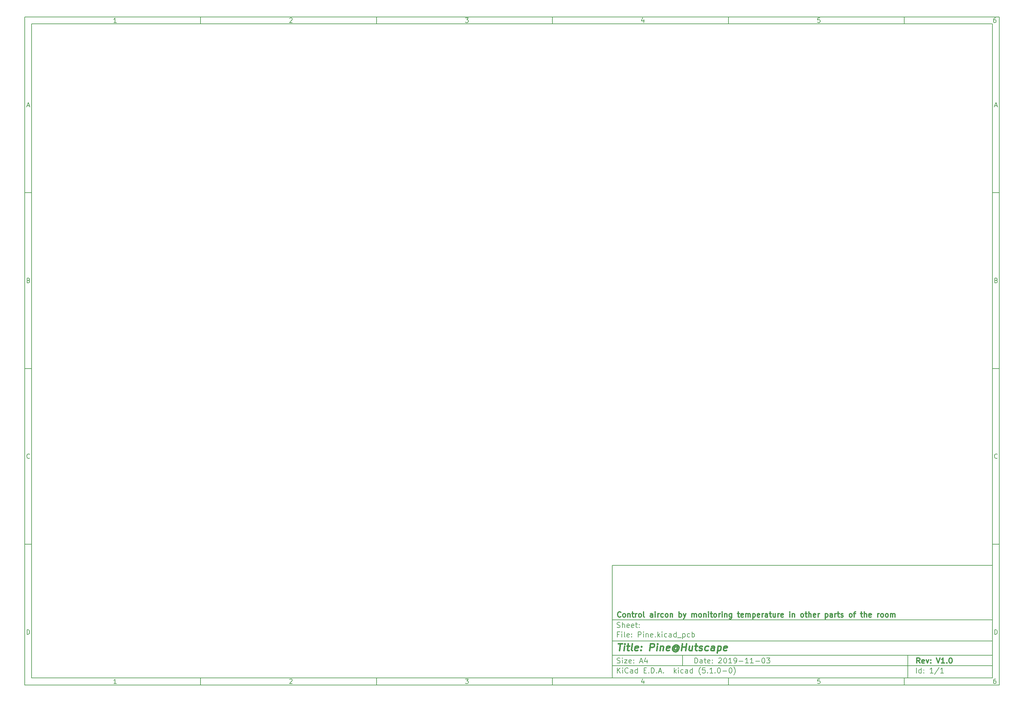
<source format=gbr>
G04 #@! TF.GenerationSoftware,KiCad,Pcbnew,(5.1.0-0)*
G04 #@! TF.CreationDate,2019-11-03T22:22:13+08:00*
G04 #@! TF.ProjectId,Pine,50696e65-2e6b-4696-9361-645f70636258,V1.0*
G04 #@! TF.SameCoordinates,Original*
G04 #@! TF.FileFunction,Paste,Bot*
G04 #@! TF.FilePolarity,Positive*
%FSLAX46Y46*%
G04 Gerber Fmt 4.6, Leading zero omitted, Abs format (unit mm)*
G04 Created by KiCad (PCBNEW (5.1.0-0)) date 2019-11-03 22:22:13*
%MOMM*%
%LPD*%
G04 APERTURE LIST*
%ADD10C,0.100000*%
%ADD11C,0.150000*%
%ADD12C,0.300000*%
%ADD13C,0.400000*%
G04 APERTURE END LIST*
D10*
D11*
X177002200Y-166007200D02*
X177002200Y-198007200D01*
X285002200Y-198007200D01*
X285002200Y-166007200D01*
X177002200Y-166007200D01*
D10*
D11*
X10000000Y-10000000D02*
X10000000Y-200007200D01*
X287002200Y-200007200D01*
X287002200Y-10000000D01*
X10000000Y-10000000D01*
D10*
D11*
X12000000Y-12000000D02*
X12000000Y-198007200D01*
X285002200Y-198007200D01*
X285002200Y-12000000D01*
X12000000Y-12000000D01*
D10*
D11*
X60000000Y-12000000D02*
X60000000Y-10000000D01*
D10*
D11*
X110000000Y-12000000D02*
X110000000Y-10000000D01*
D10*
D11*
X160000000Y-12000000D02*
X160000000Y-10000000D01*
D10*
D11*
X210000000Y-12000000D02*
X210000000Y-10000000D01*
D10*
D11*
X260000000Y-12000000D02*
X260000000Y-10000000D01*
D10*
D11*
X36065476Y-11588095D02*
X35322619Y-11588095D01*
X35694047Y-11588095D02*
X35694047Y-10288095D01*
X35570238Y-10473809D01*
X35446428Y-10597619D01*
X35322619Y-10659523D01*
D10*
D11*
X85322619Y-10411904D02*
X85384523Y-10350000D01*
X85508333Y-10288095D01*
X85817857Y-10288095D01*
X85941666Y-10350000D01*
X86003571Y-10411904D01*
X86065476Y-10535714D01*
X86065476Y-10659523D01*
X86003571Y-10845238D01*
X85260714Y-11588095D01*
X86065476Y-11588095D01*
D10*
D11*
X135260714Y-10288095D02*
X136065476Y-10288095D01*
X135632142Y-10783333D01*
X135817857Y-10783333D01*
X135941666Y-10845238D01*
X136003571Y-10907142D01*
X136065476Y-11030952D01*
X136065476Y-11340476D01*
X136003571Y-11464285D01*
X135941666Y-11526190D01*
X135817857Y-11588095D01*
X135446428Y-11588095D01*
X135322619Y-11526190D01*
X135260714Y-11464285D01*
D10*
D11*
X185941666Y-10721428D02*
X185941666Y-11588095D01*
X185632142Y-10226190D02*
X185322619Y-11154761D01*
X186127380Y-11154761D01*
D10*
D11*
X236003571Y-10288095D02*
X235384523Y-10288095D01*
X235322619Y-10907142D01*
X235384523Y-10845238D01*
X235508333Y-10783333D01*
X235817857Y-10783333D01*
X235941666Y-10845238D01*
X236003571Y-10907142D01*
X236065476Y-11030952D01*
X236065476Y-11340476D01*
X236003571Y-11464285D01*
X235941666Y-11526190D01*
X235817857Y-11588095D01*
X235508333Y-11588095D01*
X235384523Y-11526190D01*
X235322619Y-11464285D01*
D10*
D11*
X285941666Y-10288095D02*
X285694047Y-10288095D01*
X285570238Y-10350000D01*
X285508333Y-10411904D01*
X285384523Y-10597619D01*
X285322619Y-10845238D01*
X285322619Y-11340476D01*
X285384523Y-11464285D01*
X285446428Y-11526190D01*
X285570238Y-11588095D01*
X285817857Y-11588095D01*
X285941666Y-11526190D01*
X286003571Y-11464285D01*
X286065476Y-11340476D01*
X286065476Y-11030952D01*
X286003571Y-10907142D01*
X285941666Y-10845238D01*
X285817857Y-10783333D01*
X285570238Y-10783333D01*
X285446428Y-10845238D01*
X285384523Y-10907142D01*
X285322619Y-11030952D01*
D10*
D11*
X60000000Y-198007200D02*
X60000000Y-200007200D01*
D10*
D11*
X110000000Y-198007200D02*
X110000000Y-200007200D01*
D10*
D11*
X160000000Y-198007200D02*
X160000000Y-200007200D01*
D10*
D11*
X210000000Y-198007200D02*
X210000000Y-200007200D01*
D10*
D11*
X260000000Y-198007200D02*
X260000000Y-200007200D01*
D10*
D11*
X36065476Y-199595295D02*
X35322619Y-199595295D01*
X35694047Y-199595295D02*
X35694047Y-198295295D01*
X35570238Y-198481009D01*
X35446428Y-198604819D01*
X35322619Y-198666723D01*
D10*
D11*
X85322619Y-198419104D02*
X85384523Y-198357200D01*
X85508333Y-198295295D01*
X85817857Y-198295295D01*
X85941666Y-198357200D01*
X86003571Y-198419104D01*
X86065476Y-198542914D01*
X86065476Y-198666723D01*
X86003571Y-198852438D01*
X85260714Y-199595295D01*
X86065476Y-199595295D01*
D10*
D11*
X135260714Y-198295295D02*
X136065476Y-198295295D01*
X135632142Y-198790533D01*
X135817857Y-198790533D01*
X135941666Y-198852438D01*
X136003571Y-198914342D01*
X136065476Y-199038152D01*
X136065476Y-199347676D01*
X136003571Y-199471485D01*
X135941666Y-199533390D01*
X135817857Y-199595295D01*
X135446428Y-199595295D01*
X135322619Y-199533390D01*
X135260714Y-199471485D01*
D10*
D11*
X185941666Y-198728628D02*
X185941666Y-199595295D01*
X185632142Y-198233390D02*
X185322619Y-199161961D01*
X186127380Y-199161961D01*
D10*
D11*
X236003571Y-198295295D02*
X235384523Y-198295295D01*
X235322619Y-198914342D01*
X235384523Y-198852438D01*
X235508333Y-198790533D01*
X235817857Y-198790533D01*
X235941666Y-198852438D01*
X236003571Y-198914342D01*
X236065476Y-199038152D01*
X236065476Y-199347676D01*
X236003571Y-199471485D01*
X235941666Y-199533390D01*
X235817857Y-199595295D01*
X235508333Y-199595295D01*
X235384523Y-199533390D01*
X235322619Y-199471485D01*
D10*
D11*
X285941666Y-198295295D02*
X285694047Y-198295295D01*
X285570238Y-198357200D01*
X285508333Y-198419104D01*
X285384523Y-198604819D01*
X285322619Y-198852438D01*
X285322619Y-199347676D01*
X285384523Y-199471485D01*
X285446428Y-199533390D01*
X285570238Y-199595295D01*
X285817857Y-199595295D01*
X285941666Y-199533390D01*
X286003571Y-199471485D01*
X286065476Y-199347676D01*
X286065476Y-199038152D01*
X286003571Y-198914342D01*
X285941666Y-198852438D01*
X285817857Y-198790533D01*
X285570238Y-198790533D01*
X285446428Y-198852438D01*
X285384523Y-198914342D01*
X285322619Y-199038152D01*
D10*
D11*
X10000000Y-60000000D02*
X12000000Y-60000000D01*
D10*
D11*
X10000000Y-110000000D02*
X12000000Y-110000000D01*
D10*
D11*
X10000000Y-160000000D02*
X12000000Y-160000000D01*
D10*
D11*
X10690476Y-35216666D02*
X11309523Y-35216666D01*
X10566666Y-35588095D02*
X11000000Y-34288095D01*
X11433333Y-35588095D01*
D10*
D11*
X11092857Y-84907142D02*
X11278571Y-84969047D01*
X11340476Y-85030952D01*
X11402380Y-85154761D01*
X11402380Y-85340476D01*
X11340476Y-85464285D01*
X11278571Y-85526190D01*
X11154761Y-85588095D01*
X10659523Y-85588095D01*
X10659523Y-84288095D01*
X11092857Y-84288095D01*
X11216666Y-84350000D01*
X11278571Y-84411904D01*
X11340476Y-84535714D01*
X11340476Y-84659523D01*
X11278571Y-84783333D01*
X11216666Y-84845238D01*
X11092857Y-84907142D01*
X10659523Y-84907142D01*
D10*
D11*
X11402380Y-135464285D02*
X11340476Y-135526190D01*
X11154761Y-135588095D01*
X11030952Y-135588095D01*
X10845238Y-135526190D01*
X10721428Y-135402380D01*
X10659523Y-135278571D01*
X10597619Y-135030952D01*
X10597619Y-134845238D01*
X10659523Y-134597619D01*
X10721428Y-134473809D01*
X10845238Y-134350000D01*
X11030952Y-134288095D01*
X11154761Y-134288095D01*
X11340476Y-134350000D01*
X11402380Y-134411904D01*
D10*
D11*
X10659523Y-185588095D02*
X10659523Y-184288095D01*
X10969047Y-184288095D01*
X11154761Y-184350000D01*
X11278571Y-184473809D01*
X11340476Y-184597619D01*
X11402380Y-184845238D01*
X11402380Y-185030952D01*
X11340476Y-185278571D01*
X11278571Y-185402380D01*
X11154761Y-185526190D01*
X10969047Y-185588095D01*
X10659523Y-185588095D01*
D10*
D11*
X287002200Y-60000000D02*
X285002200Y-60000000D01*
D10*
D11*
X287002200Y-110000000D02*
X285002200Y-110000000D01*
D10*
D11*
X287002200Y-160000000D02*
X285002200Y-160000000D01*
D10*
D11*
X285692676Y-35216666D02*
X286311723Y-35216666D01*
X285568866Y-35588095D02*
X286002200Y-34288095D01*
X286435533Y-35588095D01*
D10*
D11*
X286095057Y-84907142D02*
X286280771Y-84969047D01*
X286342676Y-85030952D01*
X286404580Y-85154761D01*
X286404580Y-85340476D01*
X286342676Y-85464285D01*
X286280771Y-85526190D01*
X286156961Y-85588095D01*
X285661723Y-85588095D01*
X285661723Y-84288095D01*
X286095057Y-84288095D01*
X286218866Y-84350000D01*
X286280771Y-84411904D01*
X286342676Y-84535714D01*
X286342676Y-84659523D01*
X286280771Y-84783333D01*
X286218866Y-84845238D01*
X286095057Y-84907142D01*
X285661723Y-84907142D01*
D10*
D11*
X286404580Y-135464285D02*
X286342676Y-135526190D01*
X286156961Y-135588095D01*
X286033152Y-135588095D01*
X285847438Y-135526190D01*
X285723628Y-135402380D01*
X285661723Y-135278571D01*
X285599819Y-135030952D01*
X285599819Y-134845238D01*
X285661723Y-134597619D01*
X285723628Y-134473809D01*
X285847438Y-134350000D01*
X286033152Y-134288095D01*
X286156961Y-134288095D01*
X286342676Y-134350000D01*
X286404580Y-134411904D01*
D10*
D11*
X285661723Y-185588095D02*
X285661723Y-184288095D01*
X285971247Y-184288095D01*
X286156961Y-184350000D01*
X286280771Y-184473809D01*
X286342676Y-184597619D01*
X286404580Y-184845238D01*
X286404580Y-185030952D01*
X286342676Y-185278571D01*
X286280771Y-185402380D01*
X286156961Y-185526190D01*
X285971247Y-185588095D01*
X285661723Y-185588095D01*
D10*
D11*
X200434342Y-193785771D02*
X200434342Y-192285771D01*
X200791485Y-192285771D01*
X201005771Y-192357200D01*
X201148628Y-192500057D01*
X201220057Y-192642914D01*
X201291485Y-192928628D01*
X201291485Y-193142914D01*
X201220057Y-193428628D01*
X201148628Y-193571485D01*
X201005771Y-193714342D01*
X200791485Y-193785771D01*
X200434342Y-193785771D01*
X202577200Y-193785771D02*
X202577200Y-193000057D01*
X202505771Y-192857200D01*
X202362914Y-192785771D01*
X202077200Y-192785771D01*
X201934342Y-192857200D01*
X202577200Y-193714342D02*
X202434342Y-193785771D01*
X202077200Y-193785771D01*
X201934342Y-193714342D01*
X201862914Y-193571485D01*
X201862914Y-193428628D01*
X201934342Y-193285771D01*
X202077200Y-193214342D01*
X202434342Y-193214342D01*
X202577200Y-193142914D01*
X203077200Y-192785771D02*
X203648628Y-192785771D01*
X203291485Y-192285771D02*
X203291485Y-193571485D01*
X203362914Y-193714342D01*
X203505771Y-193785771D01*
X203648628Y-193785771D01*
X204720057Y-193714342D02*
X204577200Y-193785771D01*
X204291485Y-193785771D01*
X204148628Y-193714342D01*
X204077200Y-193571485D01*
X204077200Y-193000057D01*
X204148628Y-192857200D01*
X204291485Y-192785771D01*
X204577200Y-192785771D01*
X204720057Y-192857200D01*
X204791485Y-193000057D01*
X204791485Y-193142914D01*
X204077200Y-193285771D01*
X205434342Y-193642914D02*
X205505771Y-193714342D01*
X205434342Y-193785771D01*
X205362914Y-193714342D01*
X205434342Y-193642914D01*
X205434342Y-193785771D01*
X205434342Y-192857200D02*
X205505771Y-192928628D01*
X205434342Y-193000057D01*
X205362914Y-192928628D01*
X205434342Y-192857200D01*
X205434342Y-193000057D01*
X207220057Y-192428628D02*
X207291485Y-192357200D01*
X207434342Y-192285771D01*
X207791485Y-192285771D01*
X207934342Y-192357200D01*
X208005771Y-192428628D01*
X208077200Y-192571485D01*
X208077200Y-192714342D01*
X208005771Y-192928628D01*
X207148628Y-193785771D01*
X208077200Y-193785771D01*
X209005771Y-192285771D02*
X209148628Y-192285771D01*
X209291485Y-192357200D01*
X209362914Y-192428628D01*
X209434342Y-192571485D01*
X209505771Y-192857200D01*
X209505771Y-193214342D01*
X209434342Y-193500057D01*
X209362914Y-193642914D01*
X209291485Y-193714342D01*
X209148628Y-193785771D01*
X209005771Y-193785771D01*
X208862914Y-193714342D01*
X208791485Y-193642914D01*
X208720057Y-193500057D01*
X208648628Y-193214342D01*
X208648628Y-192857200D01*
X208720057Y-192571485D01*
X208791485Y-192428628D01*
X208862914Y-192357200D01*
X209005771Y-192285771D01*
X210934342Y-193785771D02*
X210077200Y-193785771D01*
X210505771Y-193785771D02*
X210505771Y-192285771D01*
X210362914Y-192500057D01*
X210220057Y-192642914D01*
X210077200Y-192714342D01*
X211648628Y-193785771D02*
X211934342Y-193785771D01*
X212077200Y-193714342D01*
X212148628Y-193642914D01*
X212291485Y-193428628D01*
X212362914Y-193142914D01*
X212362914Y-192571485D01*
X212291485Y-192428628D01*
X212220057Y-192357200D01*
X212077200Y-192285771D01*
X211791485Y-192285771D01*
X211648628Y-192357200D01*
X211577200Y-192428628D01*
X211505771Y-192571485D01*
X211505771Y-192928628D01*
X211577200Y-193071485D01*
X211648628Y-193142914D01*
X211791485Y-193214342D01*
X212077200Y-193214342D01*
X212220057Y-193142914D01*
X212291485Y-193071485D01*
X212362914Y-192928628D01*
X213005771Y-193214342D02*
X214148628Y-193214342D01*
X215648628Y-193785771D02*
X214791485Y-193785771D01*
X215220057Y-193785771D02*
X215220057Y-192285771D01*
X215077200Y-192500057D01*
X214934342Y-192642914D01*
X214791485Y-192714342D01*
X217077200Y-193785771D02*
X216220057Y-193785771D01*
X216648628Y-193785771D02*
X216648628Y-192285771D01*
X216505771Y-192500057D01*
X216362914Y-192642914D01*
X216220057Y-192714342D01*
X217720057Y-193214342D02*
X218862914Y-193214342D01*
X219862914Y-192285771D02*
X220005771Y-192285771D01*
X220148628Y-192357200D01*
X220220057Y-192428628D01*
X220291485Y-192571485D01*
X220362914Y-192857200D01*
X220362914Y-193214342D01*
X220291485Y-193500057D01*
X220220057Y-193642914D01*
X220148628Y-193714342D01*
X220005771Y-193785771D01*
X219862914Y-193785771D01*
X219720057Y-193714342D01*
X219648628Y-193642914D01*
X219577200Y-193500057D01*
X219505771Y-193214342D01*
X219505771Y-192857200D01*
X219577200Y-192571485D01*
X219648628Y-192428628D01*
X219720057Y-192357200D01*
X219862914Y-192285771D01*
X220862914Y-192285771D02*
X221791485Y-192285771D01*
X221291485Y-192857200D01*
X221505771Y-192857200D01*
X221648628Y-192928628D01*
X221720057Y-193000057D01*
X221791485Y-193142914D01*
X221791485Y-193500057D01*
X221720057Y-193642914D01*
X221648628Y-193714342D01*
X221505771Y-193785771D01*
X221077200Y-193785771D01*
X220934342Y-193714342D01*
X220862914Y-193642914D01*
D10*
D11*
X177002200Y-194507200D02*
X285002200Y-194507200D01*
D10*
D11*
X178434342Y-196585771D02*
X178434342Y-195085771D01*
X179291485Y-196585771D02*
X178648628Y-195728628D01*
X179291485Y-195085771D02*
X178434342Y-195942914D01*
X179934342Y-196585771D02*
X179934342Y-195585771D01*
X179934342Y-195085771D02*
X179862914Y-195157200D01*
X179934342Y-195228628D01*
X180005771Y-195157200D01*
X179934342Y-195085771D01*
X179934342Y-195228628D01*
X181505771Y-196442914D02*
X181434342Y-196514342D01*
X181220057Y-196585771D01*
X181077200Y-196585771D01*
X180862914Y-196514342D01*
X180720057Y-196371485D01*
X180648628Y-196228628D01*
X180577200Y-195942914D01*
X180577200Y-195728628D01*
X180648628Y-195442914D01*
X180720057Y-195300057D01*
X180862914Y-195157200D01*
X181077200Y-195085771D01*
X181220057Y-195085771D01*
X181434342Y-195157200D01*
X181505771Y-195228628D01*
X182791485Y-196585771D02*
X182791485Y-195800057D01*
X182720057Y-195657200D01*
X182577200Y-195585771D01*
X182291485Y-195585771D01*
X182148628Y-195657200D01*
X182791485Y-196514342D02*
X182648628Y-196585771D01*
X182291485Y-196585771D01*
X182148628Y-196514342D01*
X182077200Y-196371485D01*
X182077200Y-196228628D01*
X182148628Y-196085771D01*
X182291485Y-196014342D01*
X182648628Y-196014342D01*
X182791485Y-195942914D01*
X184148628Y-196585771D02*
X184148628Y-195085771D01*
X184148628Y-196514342D02*
X184005771Y-196585771D01*
X183720057Y-196585771D01*
X183577200Y-196514342D01*
X183505771Y-196442914D01*
X183434342Y-196300057D01*
X183434342Y-195871485D01*
X183505771Y-195728628D01*
X183577200Y-195657200D01*
X183720057Y-195585771D01*
X184005771Y-195585771D01*
X184148628Y-195657200D01*
X186005771Y-195800057D02*
X186505771Y-195800057D01*
X186720057Y-196585771D02*
X186005771Y-196585771D01*
X186005771Y-195085771D01*
X186720057Y-195085771D01*
X187362914Y-196442914D02*
X187434342Y-196514342D01*
X187362914Y-196585771D01*
X187291485Y-196514342D01*
X187362914Y-196442914D01*
X187362914Y-196585771D01*
X188077200Y-196585771D02*
X188077200Y-195085771D01*
X188434342Y-195085771D01*
X188648628Y-195157200D01*
X188791485Y-195300057D01*
X188862914Y-195442914D01*
X188934342Y-195728628D01*
X188934342Y-195942914D01*
X188862914Y-196228628D01*
X188791485Y-196371485D01*
X188648628Y-196514342D01*
X188434342Y-196585771D01*
X188077200Y-196585771D01*
X189577200Y-196442914D02*
X189648628Y-196514342D01*
X189577200Y-196585771D01*
X189505771Y-196514342D01*
X189577200Y-196442914D01*
X189577200Y-196585771D01*
X190220057Y-196157200D02*
X190934342Y-196157200D01*
X190077200Y-196585771D02*
X190577200Y-195085771D01*
X191077200Y-196585771D01*
X191577200Y-196442914D02*
X191648628Y-196514342D01*
X191577200Y-196585771D01*
X191505771Y-196514342D01*
X191577200Y-196442914D01*
X191577200Y-196585771D01*
X194577200Y-196585771D02*
X194577200Y-195085771D01*
X194720057Y-196014342D02*
X195148628Y-196585771D01*
X195148628Y-195585771D02*
X194577200Y-196157200D01*
X195791485Y-196585771D02*
X195791485Y-195585771D01*
X195791485Y-195085771D02*
X195720057Y-195157200D01*
X195791485Y-195228628D01*
X195862914Y-195157200D01*
X195791485Y-195085771D01*
X195791485Y-195228628D01*
X197148628Y-196514342D02*
X197005771Y-196585771D01*
X196720057Y-196585771D01*
X196577200Y-196514342D01*
X196505771Y-196442914D01*
X196434342Y-196300057D01*
X196434342Y-195871485D01*
X196505771Y-195728628D01*
X196577200Y-195657200D01*
X196720057Y-195585771D01*
X197005771Y-195585771D01*
X197148628Y-195657200D01*
X198434342Y-196585771D02*
X198434342Y-195800057D01*
X198362914Y-195657200D01*
X198220057Y-195585771D01*
X197934342Y-195585771D01*
X197791485Y-195657200D01*
X198434342Y-196514342D02*
X198291485Y-196585771D01*
X197934342Y-196585771D01*
X197791485Y-196514342D01*
X197720057Y-196371485D01*
X197720057Y-196228628D01*
X197791485Y-196085771D01*
X197934342Y-196014342D01*
X198291485Y-196014342D01*
X198434342Y-195942914D01*
X199791485Y-196585771D02*
X199791485Y-195085771D01*
X199791485Y-196514342D02*
X199648628Y-196585771D01*
X199362914Y-196585771D01*
X199220057Y-196514342D01*
X199148628Y-196442914D01*
X199077200Y-196300057D01*
X199077200Y-195871485D01*
X199148628Y-195728628D01*
X199220057Y-195657200D01*
X199362914Y-195585771D01*
X199648628Y-195585771D01*
X199791485Y-195657200D01*
X202077200Y-197157200D02*
X202005771Y-197085771D01*
X201862914Y-196871485D01*
X201791485Y-196728628D01*
X201720057Y-196514342D01*
X201648628Y-196157200D01*
X201648628Y-195871485D01*
X201720057Y-195514342D01*
X201791485Y-195300057D01*
X201862914Y-195157200D01*
X202005771Y-194942914D01*
X202077200Y-194871485D01*
X203362914Y-195085771D02*
X202648628Y-195085771D01*
X202577200Y-195800057D01*
X202648628Y-195728628D01*
X202791485Y-195657200D01*
X203148628Y-195657200D01*
X203291485Y-195728628D01*
X203362914Y-195800057D01*
X203434342Y-195942914D01*
X203434342Y-196300057D01*
X203362914Y-196442914D01*
X203291485Y-196514342D01*
X203148628Y-196585771D01*
X202791485Y-196585771D01*
X202648628Y-196514342D01*
X202577200Y-196442914D01*
X204077200Y-196442914D02*
X204148628Y-196514342D01*
X204077200Y-196585771D01*
X204005771Y-196514342D01*
X204077200Y-196442914D01*
X204077200Y-196585771D01*
X205577200Y-196585771D02*
X204720057Y-196585771D01*
X205148628Y-196585771D02*
X205148628Y-195085771D01*
X205005771Y-195300057D01*
X204862914Y-195442914D01*
X204720057Y-195514342D01*
X206220057Y-196442914D02*
X206291485Y-196514342D01*
X206220057Y-196585771D01*
X206148628Y-196514342D01*
X206220057Y-196442914D01*
X206220057Y-196585771D01*
X207220057Y-195085771D02*
X207362914Y-195085771D01*
X207505771Y-195157200D01*
X207577200Y-195228628D01*
X207648628Y-195371485D01*
X207720057Y-195657200D01*
X207720057Y-196014342D01*
X207648628Y-196300057D01*
X207577200Y-196442914D01*
X207505771Y-196514342D01*
X207362914Y-196585771D01*
X207220057Y-196585771D01*
X207077200Y-196514342D01*
X207005771Y-196442914D01*
X206934342Y-196300057D01*
X206862914Y-196014342D01*
X206862914Y-195657200D01*
X206934342Y-195371485D01*
X207005771Y-195228628D01*
X207077200Y-195157200D01*
X207220057Y-195085771D01*
X208362914Y-196014342D02*
X209505771Y-196014342D01*
X210505771Y-195085771D02*
X210648628Y-195085771D01*
X210791485Y-195157200D01*
X210862914Y-195228628D01*
X210934342Y-195371485D01*
X211005771Y-195657200D01*
X211005771Y-196014342D01*
X210934342Y-196300057D01*
X210862914Y-196442914D01*
X210791485Y-196514342D01*
X210648628Y-196585771D01*
X210505771Y-196585771D01*
X210362914Y-196514342D01*
X210291485Y-196442914D01*
X210220057Y-196300057D01*
X210148628Y-196014342D01*
X210148628Y-195657200D01*
X210220057Y-195371485D01*
X210291485Y-195228628D01*
X210362914Y-195157200D01*
X210505771Y-195085771D01*
X211505771Y-197157200D02*
X211577200Y-197085771D01*
X211720057Y-196871485D01*
X211791485Y-196728628D01*
X211862914Y-196514342D01*
X211934342Y-196157200D01*
X211934342Y-195871485D01*
X211862914Y-195514342D01*
X211791485Y-195300057D01*
X211720057Y-195157200D01*
X211577200Y-194942914D01*
X211505771Y-194871485D01*
D10*
D11*
X177002200Y-191507200D02*
X285002200Y-191507200D01*
D10*
D12*
X264411485Y-193785771D02*
X263911485Y-193071485D01*
X263554342Y-193785771D02*
X263554342Y-192285771D01*
X264125771Y-192285771D01*
X264268628Y-192357200D01*
X264340057Y-192428628D01*
X264411485Y-192571485D01*
X264411485Y-192785771D01*
X264340057Y-192928628D01*
X264268628Y-193000057D01*
X264125771Y-193071485D01*
X263554342Y-193071485D01*
X265625771Y-193714342D02*
X265482914Y-193785771D01*
X265197200Y-193785771D01*
X265054342Y-193714342D01*
X264982914Y-193571485D01*
X264982914Y-193000057D01*
X265054342Y-192857200D01*
X265197200Y-192785771D01*
X265482914Y-192785771D01*
X265625771Y-192857200D01*
X265697200Y-193000057D01*
X265697200Y-193142914D01*
X264982914Y-193285771D01*
X266197200Y-192785771D02*
X266554342Y-193785771D01*
X266911485Y-192785771D01*
X267482914Y-193642914D02*
X267554342Y-193714342D01*
X267482914Y-193785771D01*
X267411485Y-193714342D01*
X267482914Y-193642914D01*
X267482914Y-193785771D01*
X267482914Y-192857200D02*
X267554342Y-192928628D01*
X267482914Y-193000057D01*
X267411485Y-192928628D01*
X267482914Y-192857200D01*
X267482914Y-193000057D01*
X269125771Y-192285771D02*
X269625771Y-193785771D01*
X270125771Y-192285771D01*
X271411485Y-193785771D02*
X270554342Y-193785771D01*
X270982914Y-193785771D02*
X270982914Y-192285771D01*
X270840057Y-192500057D01*
X270697200Y-192642914D01*
X270554342Y-192714342D01*
X272054342Y-193642914D02*
X272125771Y-193714342D01*
X272054342Y-193785771D01*
X271982914Y-193714342D01*
X272054342Y-193642914D01*
X272054342Y-193785771D01*
X273054342Y-192285771D02*
X273197200Y-192285771D01*
X273340057Y-192357200D01*
X273411485Y-192428628D01*
X273482914Y-192571485D01*
X273554342Y-192857200D01*
X273554342Y-193214342D01*
X273482914Y-193500057D01*
X273411485Y-193642914D01*
X273340057Y-193714342D01*
X273197200Y-193785771D01*
X273054342Y-193785771D01*
X272911485Y-193714342D01*
X272840057Y-193642914D01*
X272768628Y-193500057D01*
X272697200Y-193214342D01*
X272697200Y-192857200D01*
X272768628Y-192571485D01*
X272840057Y-192428628D01*
X272911485Y-192357200D01*
X273054342Y-192285771D01*
D10*
D11*
X178362914Y-193714342D02*
X178577200Y-193785771D01*
X178934342Y-193785771D01*
X179077200Y-193714342D01*
X179148628Y-193642914D01*
X179220057Y-193500057D01*
X179220057Y-193357200D01*
X179148628Y-193214342D01*
X179077200Y-193142914D01*
X178934342Y-193071485D01*
X178648628Y-193000057D01*
X178505771Y-192928628D01*
X178434342Y-192857200D01*
X178362914Y-192714342D01*
X178362914Y-192571485D01*
X178434342Y-192428628D01*
X178505771Y-192357200D01*
X178648628Y-192285771D01*
X179005771Y-192285771D01*
X179220057Y-192357200D01*
X179862914Y-193785771D02*
X179862914Y-192785771D01*
X179862914Y-192285771D02*
X179791485Y-192357200D01*
X179862914Y-192428628D01*
X179934342Y-192357200D01*
X179862914Y-192285771D01*
X179862914Y-192428628D01*
X180434342Y-192785771D02*
X181220057Y-192785771D01*
X180434342Y-193785771D01*
X181220057Y-193785771D01*
X182362914Y-193714342D02*
X182220057Y-193785771D01*
X181934342Y-193785771D01*
X181791485Y-193714342D01*
X181720057Y-193571485D01*
X181720057Y-193000057D01*
X181791485Y-192857200D01*
X181934342Y-192785771D01*
X182220057Y-192785771D01*
X182362914Y-192857200D01*
X182434342Y-193000057D01*
X182434342Y-193142914D01*
X181720057Y-193285771D01*
X183077200Y-193642914D02*
X183148628Y-193714342D01*
X183077200Y-193785771D01*
X183005771Y-193714342D01*
X183077200Y-193642914D01*
X183077200Y-193785771D01*
X183077200Y-192857200D02*
X183148628Y-192928628D01*
X183077200Y-193000057D01*
X183005771Y-192928628D01*
X183077200Y-192857200D01*
X183077200Y-193000057D01*
X184862914Y-193357200D02*
X185577200Y-193357200D01*
X184720057Y-193785771D02*
X185220057Y-192285771D01*
X185720057Y-193785771D01*
X186862914Y-192785771D02*
X186862914Y-193785771D01*
X186505771Y-192214342D02*
X186148628Y-193285771D01*
X187077200Y-193285771D01*
D10*
D11*
X263434342Y-196585771D02*
X263434342Y-195085771D01*
X264791485Y-196585771D02*
X264791485Y-195085771D01*
X264791485Y-196514342D02*
X264648628Y-196585771D01*
X264362914Y-196585771D01*
X264220057Y-196514342D01*
X264148628Y-196442914D01*
X264077200Y-196300057D01*
X264077200Y-195871485D01*
X264148628Y-195728628D01*
X264220057Y-195657200D01*
X264362914Y-195585771D01*
X264648628Y-195585771D01*
X264791485Y-195657200D01*
X265505771Y-196442914D02*
X265577200Y-196514342D01*
X265505771Y-196585771D01*
X265434342Y-196514342D01*
X265505771Y-196442914D01*
X265505771Y-196585771D01*
X265505771Y-195657200D02*
X265577200Y-195728628D01*
X265505771Y-195800057D01*
X265434342Y-195728628D01*
X265505771Y-195657200D01*
X265505771Y-195800057D01*
X268148628Y-196585771D02*
X267291485Y-196585771D01*
X267720057Y-196585771D02*
X267720057Y-195085771D01*
X267577200Y-195300057D01*
X267434342Y-195442914D01*
X267291485Y-195514342D01*
X269862914Y-195014342D02*
X268577200Y-196942914D01*
X271148628Y-196585771D02*
X270291485Y-196585771D01*
X270720057Y-196585771D02*
X270720057Y-195085771D01*
X270577200Y-195300057D01*
X270434342Y-195442914D01*
X270291485Y-195514342D01*
D10*
D11*
X177002200Y-187507200D02*
X285002200Y-187507200D01*
D10*
D13*
X178714580Y-188211961D02*
X179857438Y-188211961D01*
X179036009Y-190211961D02*
X179286009Y-188211961D01*
X180274104Y-190211961D02*
X180440771Y-188878628D01*
X180524104Y-188211961D02*
X180416961Y-188307200D01*
X180500295Y-188402438D01*
X180607438Y-188307200D01*
X180524104Y-188211961D01*
X180500295Y-188402438D01*
X181107438Y-188878628D02*
X181869342Y-188878628D01*
X181476485Y-188211961D02*
X181262200Y-189926247D01*
X181333628Y-190116723D01*
X181512200Y-190211961D01*
X181702676Y-190211961D01*
X182655057Y-190211961D02*
X182476485Y-190116723D01*
X182405057Y-189926247D01*
X182619342Y-188211961D01*
X184190771Y-190116723D02*
X183988390Y-190211961D01*
X183607438Y-190211961D01*
X183428866Y-190116723D01*
X183357438Y-189926247D01*
X183452676Y-189164342D01*
X183571723Y-188973866D01*
X183774104Y-188878628D01*
X184155057Y-188878628D01*
X184333628Y-188973866D01*
X184405057Y-189164342D01*
X184381247Y-189354819D01*
X183405057Y-189545295D01*
X185155057Y-190021485D02*
X185238390Y-190116723D01*
X185131247Y-190211961D01*
X185047914Y-190116723D01*
X185155057Y-190021485D01*
X185131247Y-190211961D01*
X185286009Y-188973866D02*
X185369342Y-189069104D01*
X185262200Y-189164342D01*
X185178866Y-189069104D01*
X185286009Y-188973866D01*
X185262200Y-189164342D01*
X187607438Y-190211961D02*
X187857438Y-188211961D01*
X188619342Y-188211961D01*
X188797914Y-188307200D01*
X188881247Y-188402438D01*
X188952676Y-188592914D01*
X188916961Y-188878628D01*
X188797914Y-189069104D01*
X188690771Y-189164342D01*
X188488390Y-189259580D01*
X187726485Y-189259580D01*
X189607438Y-190211961D02*
X189774104Y-188878628D01*
X189857438Y-188211961D02*
X189750295Y-188307200D01*
X189833628Y-188402438D01*
X189940771Y-188307200D01*
X189857438Y-188211961D01*
X189833628Y-188402438D01*
X190726485Y-188878628D02*
X190559819Y-190211961D01*
X190702676Y-189069104D02*
X190809819Y-188973866D01*
X191012200Y-188878628D01*
X191297914Y-188878628D01*
X191476485Y-188973866D01*
X191547914Y-189164342D01*
X191416961Y-190211961D01*
X193143152Y-190116723D02*
X192940771Y-190211961D01*
X192559819Y-190211961D01*
X192381247Y-190116723D01*
X192309819Y-189926247D01*
X192405057Y-189164342D01*
X192524104Y-188973866D01*
X192726485Y-188878628D01*
X193107438Y-188878628D01*
X193286009Y-188973866D01*
X193357438Y-189164342D01*
X193333628Y-189354819D01*
X192357438Y-189545295D01*
X195440771Y-189259580D02*
X195357438Y-189164342D01*
X195178866Y-189069104D01*
X194988390Y-189069104D01*
X194786009Y-189164342D01*
X194678866Y-189259580D01*
X194559819Y-189450057D01*
X194536009Y-189640533D01*
X194607438Y-189831009D01*
X194690771Y-189926247D01*
X194869342Y-190021485D01*
X195059819Y-190021485D01*
X195262200Y-189926247D01*
X195369342Y-189831009D01*
X195464580Y-189069104D02*
X195369342Y-189831009D01*
X195452676Y-189926247D01*
X195547914Y-189926247D01*
X195750295Y-189831009D01*
X195869342Y-189640533D01*
X195928866Y-189164342D01*
X195774104Y-188878628D01*
X195512200Y-188688152D01*
X195143152Y-188592914D01*
X194750295Y-188688152D01*
X194440771Y-188878628D01*
X194214580Y-189164342D01*
X194071723Y-189545295D01*
X194119342Y-189926247D01*
X194274104Y-190211961D01*
X194536009Y-190402438D01*
X194905057Y-190497676D01*
X195297914Y-190402438D01*
X195607438Y-190211961D01*
X196655057Y-190211961D02*
X196905057Y-188211961D01*
X196786009Y-189164342D02*
X197928866Y-189164342D01*
X197797914Y-190211961D02*
X198047914Y-188211961D01*
X199774104Y-188878628D02*
X199607438Y-190211961D01*
X198916961Y-188878628D02*
X198786009Y-189926247D01*
X198857438Y-190116723D01*
X199036009Y-190211961D01*
X199321723Y-190211961D01*
X199524104Y-190116723D01*
X199631247Y-190021485D01*
X200440771Y-188878628D02*
X201202676Y-188878628D01*
X200809819Y-188211961D02*
X200595533Y-189926247D01*
X200666961Y-190116723D01*
X200845533Y-190211961D01*
X201036009Y-190211961D01*
X201619342Y-190116723D02*
X201797914Y-190211961D01*
X202178866Y-190211961D01*
X202381247Y-190116723D01*
X202500295Y-189926247D01*
X202512200Y-189831009D01*
X202440771Y-189640533D01*
X202262200Y-189545295D01*
X201976485Y-189545295D01*
X201797914Y-189450057D01*
X201726485Y-189259580D01*
X201738390Y-189164342D01*
X201857438Y-188973866D01*
X202059819Y-188878628D01*
X202345533Y-188878628D01*
X202524104Y-188973866D01*
X204190771Y-190116723D02*
X203988390Y-190211961D01*
X203607438Y-190211961D01*
X203428866Y-190116723D01*
X203345533Y-190021485D01*
X203274104Y-189831009D01*
X203345533Y-189259580D01*
X203464580Y-189069104D01*
X203571723Y-188973866D01*
X203774104Y-188878628D01*
X204155057Y-188878628D01*
X204333628Y-188973866D01*
X205893152Y-190211961D02*
X206024104Y-189164342D01*
X205952676Y-188973866D01*
X205774104Y-188878628D01*
X205393152Y-188878628D01*
X205190771Y-188973866D01*
X205905057Y-190116723D02*
X205702676Y-190211961D01*
X205226485Y-190211961D01*
X205047914Y-190116723D01*
X204976485Y-189926247D01*
X205000295Y-189735771D01*
X205119342Y-189545295D01*
X205321723Y-189450057D01*
X205797914Y-189450057D01*
X206000295Y-189354819D01*
X207012200Y-188878628D02*
X206762200Y-190878628D01*
X207000295Y-188973866D02*
X207202676Y-188878628D01*
X207583628Y-188878628D01*
X207762200Y-188973866D01*
X207845533Y-189069104D01*
X207916961Y-189259580D01*
X207845533Y-189831009D01*
X207726485Y-190021485D01*
X207619342Y-190116723D01*
X207416961Y-190211961D01*
X207036009Y-190211961D01*
X206857438Y-190116723D01*
X209428866Y-190116723D02*
X209226485Y-190211961D01*
X208845533Y-190211961D01*
X208666961Y-190116723D01*
X208595533Y-189926247D01*
X208690771Y-189164342D01*
X208809819Y-188973866D01*
X209012200Y-188878628D01*
X209393152Y-188878628D01*
X209571723Y-188973866D01*
X209643152Y-189164342D01*
X209619342Y-189354819D01*
X208643152Y-189545295D01*
D10*
D11*
X178934342Y-185600057D02*
X178434342Y-185600057D01*
X178434342Y-186385771D02*
X178434342Y-184885771D01*
X179148628Y-184885771D01*
X179720057Y-186385771D02*
X179720057Y-185385771D01*
X179720057Y-184885771D02*
X179648628Y-184957200D01*
X179720057Y-185028628D01*
X179791485Y-184957200D01*
X179720057Y-184885771D01*
X179720057Y-185028628D01*
X180648628Y-186385771D02*
X180505771Y-186314342D01*
X180434342Y-186171485D01*
X180434342Y-184885771D01*
X181791485Y-186314342D02*
X181648628Y-186385771D01*
X181362914Y-186385771D01*
X181220057Y-186314342D01*
X181148628Y-186171485D01*
X181148628Y-185600057D01*
X181220057Y-185457200D01*
X181362914Y-185385771D01*
X181648628Y-185385771D01*
X181791485Y-185457200D01*
X181862914Y-185600057D01*
X181862914Y-185742914D01*
X181148628Y-185885771D01*
X182505771Y-186242914D02*
X182577200Y-186314342D01*
X182505771Y-186385771D01*
X182434342Y-186314342D01*
X182505771Y-186242914D01*
X182505771Y-186385771D01*
X182505771Y-185457200D02*
X182577200Y-185528628D01*
X182505771Y-185600057D01*
X182434342Y-185528628D01*
X182505771Y-185457200D01*
X182505771Y-185600057D01*
X184362914Y-186385771D02*
X184362914Y-184885771D01*
X184934342Y-184885771D01*
X185077200Y-184957200D01*
X185148628Y-185028628D01*
X185220057Y-185171485D01*
X185220057Y-185385771D01*
X185148628Y-185528628D01*
X185077200Y-185600057D01*
X184934342Y-185671485D01*
X184362914Y-185671485D01*
X185862914Y-186385771D02*
X185862914Y-185385771D01*
X185862914Y-184885771D02*
X185791485Y-184957200D01*
X185862914Y-185028628D01*
X185934342Y-184957200D01*
X185862914Y-184885771D01*
X185862914Y-185028628D01*
X186577200Y-185385771D02*
X186577200Y-186385771D01*
X186577200Y-185528628D02*
X186648628Y-185457200D01*
X186791485Y-185385771D01*
X187005771Y-185385771D01*
X187148628Y-185457200D01*
X187220057Y-185600057D01*
X187220057Y-186385771D01*
X188505771Y-186314342D02*
X188362914Y-186385771D01*
X188077200Y-186385771D01*
X187934342Y-186314342D01*
X187862914Y-186171485D01*
X187862914Y-185600057D01*
X187934342Y-185457200D01*
X188077200Y-185385771D01*
X188362914Y-185385771D01*
X188505771Y-185457200D01*
X188577200Y-185600057D01*
X188577200Y-185742914D01*
X187862914Y-185885771D01*
X189220057Y-186242914D02*
X189291485Y-186314342D01*
X189220057Y-186385771D01*
X189148628Y-186314342D01*
X189220057Y-186242914D01*
X189220057Y-186385771D01*
X189934342Y-186385771D02*
X189934342Y-184885771D01*
X190077200Y-185814342D02*
X190505771Y-186385771D01*
X190505771Y-185385771D02*
X189934342Y-185957200D01*
X191148628Y-186385771D02*
X191148628Y-185385771D01*
X191148628Y-184885771D02*
X191077200Y-184957200D01*
X191148628Y-185028628D01*
X191220057Y-184957200D01*
X191148628Y-184885771D01*
X191148628Y-185028628D01*
X192505771Y-186314342D02*
X192362914Y-186385771D01*
X192077200Y-186385771D01*
X191934342Y-186314342D01*
X191862914Y-186242914D01*
X191791485Y-186100057D01*
X191791485Y-185671485D01*
X191862914Y-185528628D01*
X191934342Y-185457200D01*
X192077200Y-185385771D01*
X192362914Y-185385771D01*
X192505771Y-185457200D01*
X193791485Y-186385771D02*
X193791485Y-185600057D01*
X193720057Y-185457200D01*
X193577200Y-185385771D01*
X193291485Y-185385771D01*
X193148628Y-185457200D01*
X193791485Y-186314342D02*
X193648628Y-186385771D01*
X193291485Y-186385771D01*
X193148628Y-186314342D01*
X193077200Y-186171485D01*
X193077200Y-186028628D01*
X193148628Y-185885771D01*
X193291485Y-185814342D01*
X193648628Y-185814342D01*
X193791485Y-185742914D01*
X195148628Y-186385771D02*
X195148628Y-184885771D01*
X195148628Y-186314342D02*
X195005771Y-186385771D01*
X194720057Y-186385771D01*
X194577200Y-186314342D01*
X194505771Y-186242914D01*
X194434342Y-186100057D01*
X194434342Y-185671485D01*
X194505771Y-185528628D01*
X194577200Y-185457200D01*
X194720057Y-185385771D01*
X195005771Y-185385771D01*
X195148628Y-185457200D01*
X195505771Y-186528628D02*
X196648628Y-186528628D01*
X197005771Y-185385771D02*
X197005771Y-186885771D01*
X197005771Y-185457200D02*
X197148628Y-185385771D01*
X197434342Y-185385771D01*
X197577200Y-185457200D01*
X197648628Y-185528628D01*
X197720057Y-185671485D01*
X197720057Y-186100057D01*
X197648628Y-186242914D01*
X197577200Y-186314342D01*
X197434342Y-186385771D01*
X197148628Y-186385771D01*
X197005771Y-186314342D01*
X199005771Y-186314342D02*
X198862914Y-186385771D01*
X198577200Y-186385771D01*
X198434342Y-186314342D01*
X198362914Y-186242914D01*
X198291485Y-186100057D01*
X198291485Y-185671485D01*
X198362914Y-185528628D01*
X198434342Y-185457200D01*
X198577200Y-185385771D01*
X198862914Y-185385771D01*
X199005771Y-185457200D01*
X199648628Y-186385771D02*
X199648628Y-184885771D01*
X199648628Y-185457200D02*
X199791485Y-185385771D01*
X200077200Y-185385771D01*
X200220057Y-185457200D01*
X200291485Y-185528628D01*
X200362914Y-185671485D01*
X200362914Y-186100057D01*
X200291485Y-186242914D01*
X200220057Y-186314342D01*
X200077200Y-186385771D01*
X199791485Y-186385771D01*
X199648628Y-186314342D01*
D10*
D11*
X177002200Y-181507200D02*
X285002200Y-181507200D01*
D10*
D11*
X178362914Y-183614342D02*
X178577200Y-183685771D01*
X178934342Y-183685771D01*
X179077200Y-183614342D01*
X179148628Y-183542914D01*
X179220057Y-183400057D01*
X179220057Y-183257200D01*
X179148628Y-183114342D01*
X179077200Y-183042914D01*
X178934342Y-182971485D01*
X178648628Y-182900057D01*
X178505771Y-182828628D01*
X178434342Y-182757200D01*
X178362914Y-182614342D01*
X178362914Y-182471485D01*
X178434342Y-182328628D01*
X178505771Y-182257200D01*
X178648628Y-182185771D01*
X179005771Y-182185771D01*
X179220057Y-182257200D01*
X179862914Y-183685771D02*
X179862914Y-182185771D01*
X180505771Y-183685771D02*
X180505771Y-182900057D01*
X180434342Y-182757200D01*
X180291485Y-182685771D01*
X180077200Y-182685771D01*
X179934342Y-182757200D01*
X179862914Y-182828628D01*
X181791485Y-183614342D02*
X181648628Y-183685771D01*
X181362914Y-183685771D01*
X181220057Y-183614342D01*
X181148628Y-183471485D01*
X181148628Y-182900057D01*
X181220057Y-182757200D01*
X181362914Y-182685771D01*
X181648628Y-182685771D01*
X181791485Y-182757200D01*
X181862914Y-182900057D01*
X181862914Y-183042914D01*
X181148628Y-183185771D01*
X183077200Y-183614342D02*
X182934342Y-183685771D01*
X182648628Y-183685771D01*
X182505771Y-183614342D01*
X182434342Y-183471485D01*
X182434342Y-182900057D01*
X182505771Y-182757200D01*
X182648628Y-182685771D01*
X182934342Y-182685771D01*
X183077200Y-182757200D01*
X183148628Y-182900057D01*
X183148628Y-183042914D01*
X182434342Y-183185771D01*
X183577200Y-182685771D02*
X184148628Y-182685771D01*
X183791485Y-182185771D02*
X183791485Y-183471485D01*
X183862914Y-183614342D01*
X184005771Y-183685771D01*
X184148628Y-183685771D01*
X184648628Y-183542914D02*
X184720057Y-183614342D01*
X184648628Y-183685771D01*
X184577200Y-183614342D01*
X184648628Y-183542914D01*
X184648628Y-183685771D01*
X184648628Y-182757200D02*
X184720057Y-182828628D01*
X184648628Y-182900057D01*
X184577200Y-182828628D01*
X184648628Y-182757200D01*
X184648628Y-182900057D01*
D10*
D12*
X179411485Y-180542914D02*
X179340057Y-180614342D01*
X179125771Y-180685771D01*
X178982914Y-180685771D01*
X178768628Y-180614342D01*
X178625771Y-180471485D01*
X178554342Y-180328628D01*
X178482914Y-180042914D01*
X178482914Y-179828628D01*
X178554342Y-179542914D01*
X178625771Y-179400057D01*
X178768628Y-179257200D01*
X178982914Y-179185771D01*
X179125771Y-179185771D01*
X179340057Y-179257200D01*
X179411485Y-179328628D01*
X180268628Y-180685771D02*
X180125771Y-180614342D01*
X180054342Y-180542914D01*
X179982914Y-180400057D01*
X179982914Y-179971485D01*
X180054342Y-179828628D01*
X180125771Y-179757200D01*
X180268628Y-179685771D01*
X180482914Y-179685771D01*
X180625771Y-179757200D01*
X180697200Y-179828628D01*
X180768628Y-179971485D01*
X180768628Y-180400057D01*
X180697200Y-180542914D01*
X180625771Y-180614342D01*
X180482914Y-180685771D01*
X180268628Y-180685771D01*
X181411485Y-179685771D02*
X181411485Y-180685771D01*
X181411485Y-179828628D02*
X181482914Y-179757200D01*
X181625771Y-179685771D01*
X181840057Y-179685771D01*
X181982914Y-179757200D01*
X182054342Y-179900057D01*
X182054342Y-180685771D01*
X182554342Y-179685771D02*
X183125771Y-179685771D01*
X182768628Y-179185771D02*
X182768628Y-180471485D01*
X182840057Y-180614342D01*
X182982914Y-180685771D01*
X183125771Y-180685771D01*
X183625771Y-180685771D02*
X183625771Y-179685771D01*
X183625771Y-179971485D02*
X183697200Y-179828628D01*
X183768628Y-179757200D01*
X183911485Y-179685771D01*
X184054342Y-179685771D01*
X184768628Y-180685771D02*
X184625771Y-180614342D01*
X184554342Y-180542914D01*
X184482914Y-180400057D01*
X184482914Y-179971485D01*
X184554342Y-179828628D01*
X184625771Y-179757200D01*
X184768628Y-179685771D01*
X184982914Y-179685771D01*
X185125771Y-179757200D01*
X185197200Y-179828628D01*
X185268628Y-179971485D01*
X185268628Y-180400057D01*
X185197200Y-180542914D01*
X185125771Y-180614342D01*
X184982914Y-180685771D01*
X184768628Y-180685771D01*
X186125771Y-180685771D02*
X185982914Y-180614342D01*
X185911485Y-180471485D01*
X185911485Y-179185771D01*
X188482914Y-180685771D02*
X188482914Y-179900057D01*
X188411485Y-179757200D01*
X188268628Y-179685771D01*
X187982914Y-179685771D01*
X187840057Y-179757200D01*
X188482914Y-180614342D02*
X188340057Y-180685771D01*
X187982914Y-180685771D01*
X187840057Y-180614342D01*
X187768628Y-180471485D01*
X187768628Y-180328628D01*
X187840057Y-180185771D01*
X187982914Y-180114342D01*
X188340057Y-180114342D01*
X188482914Y-180042914D01*
X189197200Y-180685771D02*
X189197200Y-179685771D01*
X189197200Y-179185771D02*
X189125771Y-179257200D01*
X189197200Y-179328628D01*
X189268628Y-179257200D01*
X189197200Y-179185771D01*
X189197200Y-179328628D01*
X189911485Y-180685771D02*
X189911485Y-179685771D01*
X189911485Y-179971485D02*
X189982914Y-179828628D01*
X190054342Y-179757200D01*
X190197200Y-179685771D01*
X190340057Y-179685771D01*
X191482914Y-180614342D02*
X191340057Y-180685771D01*
X191054342Y-180685771D01*
X190911485Y-180614342D01*
X190840057Y-180542914D01*
X190768628Y-180400057D01*
X190768628Y-179971485D01*
X190840057Y-179828628D01*
X190911485Y-179757200D01*
X191054342Y-179685771D01*
X191340057Y-179685771D01*
X191482914Y-179757200D01*
X192340057Y-180685771D02*
X192197200Y-180614342D01*
X192125771Y-180542914D01*
X192054342Y-180400057D01*
X192054342Y-179971485D01*
X192125771Y-179828628D01*
X192197200Y-179757200D01*
X192340057Y-179685771D01*
X192554342Y-179685771D01*
X192697200Y-179757200D01*
X192768628Y-179828628D01*
X192840057Y-179971485D01*
X192840057Y-180400057D01*
X192768628Y-180542914D01*
X192697200Y-180614342D01*
X192554342Y-180685771D01*
X192340057Y-180685771D01*
X193482914Y-179685771D02*
X193482914Y-180685771D01*
X193482914Y-179828628D02*
X193554342Y-179757200D01*
X193697200Y-179685771D01*
X193911485Y-179685771D01*
X194054342Y-179757200D01*
X194125771Y-179900057D01*
X194125771Y-180685771D01*
X195982914Y-180685771D02*
X195982914Y-179185771D01*
X195982914Y-179757200D02*
X196125771Y-179685771D01*
X196411485Y-179685771D01*
X196554342Y-179757200D01*
X196625771Y-179828628D01*
X196697200Y-179971485D01*
X196697200Y-180400057D01*
X196625771Y-180542914D01*
X196554342Y-180614342D01*
X196411485Y-180685771D01*
X196125771Y-180685771D01*
X195982914Y-180614342D01*
X197197200Y-179685771D02*
X197554342Y-180685771D01*
X197911485Y-179685771D02*
X197554342Y-180685771D01*
X197411485Y-181042914D01*
X197340057Y-181114342D01*
X197197200Y-181185771D01*
X199625771Y-180685771D02*
X199625771Y-179685771D01*
X199625771Y-179828628D02*
X199697200Y-179757200D01*
X199840057Y-179685771D01*
X200054342Y-179685771D01*
X200197200Y-179757200D01*
X200268628Y-179900057D01*
X200268628Y-180685771D01*
X200268628Y-179900057D02*
X200340057Y-179757200D01*
X200482914Y-179685771D01*
X200697200Y-179685771D01*
X200840057Y-179757200D01*
X200911485Y-179900057D01*
X200911485Y-180685771D01*
X201840057Y-180685771D02*
X201697200Y-180614342D01*
X201625771Y-180542914D01*
X201554342Y-180400057D01*
X201554342Y-179971485D01*
X201625771Y-179828628D01*
X201697200Y-179757200D01*
X201840057Y-179685771D01*
X202054342Y-179685771D01*
X202197200Y-179757200D01*
X202268628Y-179828628D01*
X202340057Y-179971485D01*
X202340057Y-180400057D01*
X202268628Y-180542914D01*
X202197200Y-180614342D01*
X202054342Y-180685771D01*
X201840057Y-180685771D01*
X202982914Y-179685771D02*
X202982914Y-180685771D01*
X202982914Y-179828628D02*
X203054342Y-179757200D01*
X203197200Y-179685771D01*
X203411485Y-179685771D01*
X203554342Y-179757200D01*
X203625771Y-179900057D01*
X203625771Y-180685771D01*
X204340057Y-180685771D02*
X204340057Y-179685771D01*
X204340057Y-179185771D02*
X204268628Y-179257200D01*
X204340057Y-179328628D01*
X204411485Y-179257200D01*
X204340057Y-179185771D01*
X204340057Y-179328628D01*
X204840057Y-179685771D02*
X205411485Y-179685771D01*
X205054342Y-179185771D02*
X205054342Y-180471485D01*
X205125771Y-180614342D01*
X205268628Y-180685771D01*
X205411485Y-180685771D01*
X206125771Y-180685771D02*
X205982914Y-180614342D01*
X205911485Y-180542914D01*
X205840057Y-180400057D01*
X205840057Y-179971485D01*
X205911485Y-179828628D01*
X205982914Y-179757200D01*
X206125771Y-179685771D01*
X206340057Y-179685771D01*
X206482914Y-179757200D01*
X206554342Y-179828628D01*
X206625771Y-179971485D01*
X206625771Y-180400057D01*
X206554342Y-180542914D01*
X206482914Y-180614342D01*
X206340057Y-180685771D01*
X206125771Y-180685771D01*
X207268628Y-180685771D02*
X207268628Y-179685771D01*
X207268628Y-179971485D02*
X207340057Y-179828628D01*
X207411485Y-179757200D01*
X207554342Y-179685771D01*
X207697200Y-179685771D01*
X208197200Y-180685771D02*
X208197200Y-179685771D01*
X208197200Y-179185771D02*
X208125771Y-179257200D01*
X208197200Y-179328628D01*
X208268628Y-179257200D01*
X208197200Y-179185771D01*
X208197200Y-179328628D01*
X208911485Y-179685771D02*
X208911485Y-180685771D01*
X208911485Y-179828628D02*
X208982914Y-179757200D01*
X209125771Y-179685771D01*
X209340057Y-179685771D01*
X209482914Y-179757200D01*
X209554342Y-179900057D01*
X209554342Y-180685771D01*
X210911485Y-179685771D02*
X210911485Y-180900057D01*
X210840057Y-181042914D01*
X210768628Y-181114342D01*
X210625771Y-181185771D01*
X210411485Y-181185771D01*
X210268628Y-181114342D01*
X210911485Y-180614342D02*
X210768628Y-180685771D01*
X210482914Y-180685771D01*
X210340057Y-180614342D01*
X210268628Y-180542914D01*
X210197200Y-180400057D01*
X210197200Y-179971485D01*
X210268628Y-179828628D01*
X210340057Y-179757200D01*
X210482914Y-179685771D01*
X210768628Y-179685771D01*
X210911485Y-179757200D01*
X212554342Y-179685771D02*
X213125771Y-179685771D01*
X212768628Y-179185771D02*
X212768628Y-180471485D01*
X212840057Y-180614342D01*
X212982914Y-180685771D01*
X213125771Y-180685771D01*
X214197200Y-180614342D02*
X214054342Y-180685771D01*
X213768628Y-180685771D01*
X213625771Y-180614342D01*
X213554342Y-180471485D01*
X213554342Y-179900057D01*
X213625771Y-179757200D01*
X213768628Y-179685771D01*
X214054342Y-179685771D01*
X214197200Y-179757200D01*
X214268628Y-179900057D01*
X214268628Y-180042914D01*
X213554342Y-180185771D01*
X214911485Y-180685771D02*
X214911485Y-179685771D01*
X214911485Y-179828628D02*
X214982914Y-179757200D01*
X215125771Y-179685771D01*
X215340057Y-179685771D01*
X215482914Y-179757200D01*
X215554342Y-179900057D01*
X215554342Y-180685771D01*
X215554342Y-179900057D02*
X215625771Y-179757200D01*
X215768628Y-179685771D01*
X215982914Y-179685771D01*
X216125771Y-179757200D01*
X216197200Y-179900057D01*
X216197200Y-180685771D01*
X216911485Y-179685771D02*
X216911485Y-181185771D01*
X216911485Y-179757200D02*
X217054342Y-179685771D01*
X217340057Y-179685771D01*
X217482914Y-179757200D01*
X217554342Y-179828628D01*
X217625771Y-179971485D01*
X217625771Y-180400057D01*
X217554342Y-180542914D01*
X217482914Y-180614342D01*
X217340057Y-180685771D01*
X217054342Y-180685771D01*
X216911485Y-180614342D01*
X218840057Y-180614342D02*
X218697200Y-180685771D01*
X218411485Y-180685771D01*
X218268628Y-180614342D01*
X218197200Y-180471485D01*
X218197200Y-179900057D01*
X218268628Y-179757200D01*
X218411485Y-179685771D01*
X218697200Y-179685771D01*
X218840057Y-179757200D01*
X218911485Y-179900057D01*
X218911485Y-180042914D01*
X218197200Y-180185771D01*
X219554342Y-180685771D02*
X219554342Y-179685771D01*
X219554342Y-179971485D02*
X219625771Y-179828628D01*
X219697200Y-179757200D01*
X219840057Y-179685771D01*
X219982914Y-179685771D01*
X221125771Y-180685771D02*
X221125771Y-179900057D01*
X221054342Y-179757200D01*
X220911485Y-179685771D01*
X220625771Y-179685771D01*
X220482914Y-179757200D01*
X221125771Y-180614342D02*
X220982914Y-180685771D01*
X220625771Y-180685771D01*
X220482914Y-180614342D01*
X220411485Y-180471485D01*
X220411485Y-180328628D01*
X220482914Y-180185771D01*
X220625771Y-180114342D01*
X220982914Y-180114342D01*
X221125771Y-180042914D01*
X221625771Y-179685771D02*
X222197200Y-179685771D01*
X221840057Y-179185771D02*
X221840057Y-180471485D01*
X221911485Y-180614342D01*
X222054342Y-180685771D01*
X222197200Y-180685771D01*
X223340057Y-179685771D02*
X223340057Y-180685771D01*
X222697200Y-179685771D02*
X222697200Y-180471485D01*
X222768628Y-180614342D01*
X222911485Y-180685771D01*
X223125771Y-180685771D01*
X223268628Y-180614342D01*
X223340057Y-180542914D01*
X224054342Y-180685771D02*
X224054342Y-179685771D01*
X224054342Y-179971485D02*
X224125771Y-179828628D01*
X224197200Y-179757200D01*
X224340057Y-179685771D01*
X224482914Y-179685771D01*
X225554342Y-180614342D02*
X225411485Y-180685771D01*
X225125771Y-180685771D01*
X224982914Y-180614342D01*
X224911485Y-180471485D01*
X224911485Y-179900057D01*
X224982914Y-179757200D01*
X225125771Y-179685771D01*
X225411485Y-179685771D01*
X225554342Y-179757200D01*
X225625771Y-179900057D01*
X225625771Y-180042914D01*
X224911485Y-180185771D01*
X227411485Y-180685771D02*
X227411485Y-179685771D01*
X227411485Y-179185771D02*
X227340057Y-179257200D01*
X227411485Y-179328628D01*
X227482914Y-179257200D01*
X227411485Y-179185771D01*
X227411485Y-179328628D01*
X228125771Y-179685771D02*
X228125771Y-180685771D01*
X228125771Y-179828628D02*
X228197200Y-179757200D01*
X228340057Y-179685771D01*
X228554342Y-179685771D01*
X228697200Y-179757200D01*
X228768628Y-179900057D01*
X228768628Y-180685771D01*
X230840057Y-180685771D02*
X230697200Y-180614342D01*
X230625771Y-180542914D01*
X230554342Y-180400057D01*
X230554342Y-179971485D01*
X230625771Y-179828628D01*
X230697200Y-179757200D01*
X230840057Y-179685771D01*
X231054342Y-179685771D01*
X231197200Y-179757200D01*
X231268628Y-179828628D01*
X231340057Y-179971485D01*
X231340057Y-180400057D01*
X231268628Y-180542914D01*
X231197200Y-180614342D01*
X231054342Y-180685771D01*
X230840057Y-180685771D01*
X231768628Y-179685771D02*
X232340057Y-179685771D01*
X231982914Y-179185771D02*
X231982914Y-180471485D01*
X232054342Y-180614342D01*
X232197200Y-180685771D01*
X232340057Y-180685771D01*
X232840057Y-180685771D02*
X232840057Y-179185771D01*
X233482914Y-180685771D02*
X233482914Y-179900057D01*
X233411485Y-179757200D01*
X233268628Y-179685771D01*
X233054342Y-179685771D01*
X232911485Y-179757200D01*
X232840057Y-179828628D01*
X234768628Y-180614342D02*
X234625771Y-180685771D01*
X234340057Y-180685771D01*
X234197200Y-180614342D01*
X234125771Y-180471485D01*
X234125771Y-179900057D01*
X234197200Y-179757200D01*
X234340057Y-179685771D01*
X234625771Y-179685771D01*
X234768628Y-179757200D01*
X234840057Y-179900057D01*
X234840057Y-180042914D01*
X234125771Y-180185771D01*
X235482914Y-180685771D02*
X235482914Y-179685771D01*
X235482914Y-179971485D02*
X235554342Y-179828628D01*
X235625771Y-179757200D01*
X235768628Y-179685771D01*
X235911485Y-179685771D01*
X237554342Y-179685771D02*
X237554342Y-181185771D01*
X237554342Y-179757200D02*
X237697200Y-179685771D01*
X237982914Y-179685771D01*
X238125771Y-179757200D01*
X238197200Y-179828628D01*
X238268628Y-179971485D01*
X238268628Y-180400057D01*
X238197200Y-180542914D01*
X238125771Y-180614342D01*
X237982914Y-180685771D01*
X237697200Y-180685771D01*
X237554342Y-180614342D01*
X239554342Y-180685771D02*
X239554342Y-179900057D01*
X239482914Y-179757200D01*
X239340057Y-179685771D01*
X239054342Y-179685771D01*
X238911485Y-179757200D01*
X239554342Y-180614342D02*
X239411485Y-180685771D01*
X239054342Y-180685771D01*
X238911485Y-180614342D01*
X238840057Y-180471485D01*
X238840057Y-180328628D01*
X238911485Y-180185771D01*
X239054342Y-180114342D01*
X239411485Y-180114342D01*
X239554342Y-180042914D01*
X240268628Y-180685771D02*
X240268628Y-179685771D01*
X240268628Y-179971485D02*
X240340057Y-179828628D01*
X240411485Y-179757200D01*
X240554342Y-179685771D01*
X240697200Y-179685771D01*
X240982914Y-179685771D02*
X241554342Y-179685771D01*
X241197200Y-179185771D02*
X241197200Y-180471485D01*
X241268628Y-180614342D01*
X241411485Y-180685771D01*
X241554342Y-180685771D01*
X241982914Y-180614342D02*
X242125771Y-180685771D01*
X242411485Y-180685771D01*
X242554342Y-180614342D01*
X242625771Y-180471485D01*
X242625771Y-180400057D01*
X242554342Y-180257200D01*
X242411485Y-180185771D01*
X242197200Y-180185771D01*
X242054342Y-180114342D01*
X241982914Y-179971485D01*
X241982914Y-179900057D01*
X242054342Y-179757200D01*
X242197200Y-179685771D01*
X242411485Y-179685771D01*
X242554342Y-179757200D01*
X244625771Y-180685771D02*
X244482914Y-180614342D01*
X244411485Y-180542914D01*
X244340057Y-180400057D01*
X244340057Y-179971485D01*
X244411485Y-179828628D01*
X244482914Y-179757200D01*
X244625771Y-179685771D01*
X244840057Y-179685771D01*
X244982914Y-179757200D01*
X245054342Y-179828628D01*
X245125771Y-179971485D01*
X245125771Y-180400057D01*
X245054342Y-180542914D01*
X244982914Y-180614342D01*
X244840057Y-180685771D01*
X244625771Y-180685771D01*
X245554342Y-179685771D02*
X246125771Y-179685771D01*
X245768628Y-180685771D02*
X245768628Y-179400057D01*
X245840057Y-179257200D01*
X245982914Y-179185771D01*
X246125771Y-179185771D01*
X247554342Y-179685771D02*
X248125771Y-179685771D01*
X247768628Y-179185771D02*
X247768628Y-180471485D01*
X247840057Y-180614342D01*
X247982914Y-180685771D01*
X248125771Y-180685771D01*
X248625771Y-180685771D02*
X248625771Y-179185771D01*
X249268628Y-180685771D02*
X249268628Y-179900057D01*
X249197200Y-179757200D01*
X249054342Y-179685771D01*
X248840057Y-179685771D01*
X248697200Y-179757200D01*
X248625771Y-179828628D01*
X250554342Y-180614342D02*
X250411485Y-180685771D01*
X250125771Y-180685771D01*
X249982914Y-180614342D01*
X249911485Y-180471485D01*
X249911485Y-179900057D01*
X249982914Y-179757200D01*
X250125771Y-179685771D01*
X250411485Y-179685771D01*
X250554342Y-179757200D01*
X250625771Y-179900057D01*
X250625771Y-180042914D01*
X249911485Y-180185771D01*
X252411485Y-180685771D02*
X252411485Y-179685771D01*
X252411485Y-179971485D02*
X252482914Y-179828628D01*
X252554342Y-179757200D01*
X252697200Y-179685771D01*
X252840057Y-179685771D01*
X253554342Y-180685771D02*
X253411485Y-180614342D01*
X253340057Y-180542914D01*
X253268628Y-180400057D01*
X253268628Y-179971485D01*
X253340057Y-179828628D01*
X253411485Y-179757200D01*
X253554342Y-179685771D01*
X253768628Y-179685771D01*
X253911485Y-179757200D01*
X253982914Y-179828628D01*
X254054342Y-179971485D01*
X254054342Y-180400057D01*
X253982914Y-180542914D01*
X253911485Y-180614342D01*
X253768628Y-180685771D01*
X253554342Y-180685771D01*
X254911485Y-180685771D02*
X254768628Y-180614342D01*
X254697199Y-180542914D01*
X254625771Y-180400057D01*
X254625771Y-179971485D01*
X254697199Y-179828628D01*
X254768628Y-179757200D01*
X254911485Y-179685771D01*
X255125771Y-179685771D01*
X255268628Y-179757200D01*
X255340057Y-179828628D01*
X255411485Y-179971485D01*
X255411485Y-180400057D01*
X255340057Y-180542914D01*
X255268628Y-180614342D01*
X255125771Y-180685771D01*
X254911485Y-180685771D01*
X256054342Y-180685771D02*
X256054342Y-179685771D01*
X256054342Y-179828628D02*
X256125771Y-179757200D01*
X256268628Y-179685771D01*
X256482914Y-179685771D01*
X256625771Y-179757200D01*
X256697199Y-179900057D01*
X256697199Y-180685771D01*
X256697199Y-179900057D02*
X256768628Y-179757200D01*
X256911485Y-179685771D01*
X257125771Y-179685771D01*
X257268628Y-179757200D01*
X257340057Y-179900057D01*
X257340057Y-180685771D01*
D10*
D11*
X197002200Y-191507200D02*
X197002200Y-194507200D01*
D10*
D11*
X261002200Y-191507200D02*
X261002200Y-198007200D01*
M02*

</source>
